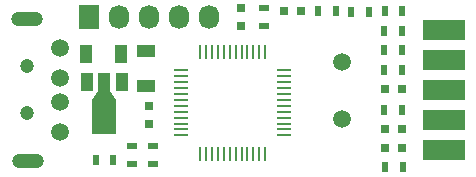
<source format=gbr>
G04 #@! TF.FileFunction,Copper,L1,Top,Signal*
%FSLAX46Y46*%
G04 Gerber Fmt 4.6, Leading zero omitted, Abs format (unit mm)*
G04 Created by KiCad (PCBNEW 4.0.2+dfsg1-stable) date Wed 09 May 2018 09:33:26 CST*
%MOMM*%
G01*
G04 APERTURE LIST*
%ADD10C,0.100000*%
%ADD11R,1.727200X2.032000*%
%ADD12O,1.727200X2.032000*%
%ADD13C,1.501140*%
%ADD14R,1.000000X1.600000*%
%ADD15R,1.600000X1.000000*%
%ADD16R,0.900000X0.500000*%
%ADD17R,0.500000X0.900000*%
%ADD18R,1.300000X0.250000*%
%ADD19R,0.250000X1.300000*%
%ADD20R,0.800000X0.750000*%
%ADD21R,0.750000X0.800000*%
%ADD22R,1.000760X1.501140*%
%ADD23R,1.998980X2.999740*%
%ADD24R,0.797560X0.797560*%
%ADD25R,3.600000X1.778000*%
%ADD26C,1.200000*%
G04 APERTURE END LIST*
D10*
D11*
X108127800Y-101376480D03*
D12*
X110667800Y-101376480D03*
X113207800Y-101376480D03*
X115747800Y-101376480D03*
X118287800Y-101376480D03*
D13*
X129621280Y-110015020D03*
X129621280Y-105133140D03*
D14*
X107892720Y-104531160D03*
X110892720Y-104531160D03*
D15*
X113035080Y-107219880D03*
X113035080Y-104219880D03*
D16*
X113558320Y-112269840D03*
X113558320Y-113769840D03*
X111798100Y-113805400D03*
X111798100Y-112305400D03*
D17*
X110239240Y-113454180D03*
X108739240Y-113454180D03*
D18*
X124687580Y-111380720D03*
X124687580Y-110880720D03*
X124687580Y-110380720D03*
X124687580Y-109880720D03*
X124687580Y-109380720D03*
X124687580Y-108880720D03*
X124687580Y-108380720D03*
X124687580Y-107880720D03*
X124687580Y-107380720D03*
X124687580Y-106880720D03*
X124687580Y-106380720D03*
X124687580Y-105880720D03*
D19*
X123087580Y-104280720D03*
X122587580Y-104280720D03*
X122087580Y-104280720D03*
X121587580Y-104280720D03*
X121087580Y-104280720D03*
X120587580Y-104280720D03*
X120087580Y-104280720D03*
X119587580Y-104280720D03*
X119087580Y-104280720D03*
X118587580Y-104280720D03*
X118087580Y-104280720D03*
X117587580Y-104280720D03*
D18*
X115987580Y-105880720D03*
X115987580Y-106380720D03*
X115987580Y-106880720D03*
X115987580Y-107380720D03*
X115987580Y-107880720D03*
X115987580Y-108380720D03*
X115987580Y-108880720D03*
X115987580Y-109380720D03*
X115987580Y-109880720D03*
X115987580Y-110380720D03*
X115987580Y-110880720D03*
X115987580Y-111380720D03*
D19*
X117587580Y-112980720D03*
X118087580Y-112980720D03*
X118587580Y-112980720D03*
X119087580Y-112980720D03*
X119587580Y-112980720D03*
X120087580Y-112980720D03*
X120587580Y-112980720D03*
X121087580Y-112980720D03*
X121587580Y-112980720D03*
X122087580Y-112980720D03*
X122587580Y-112980720D03*
X123087580Y-112980720D03*
D20*
X126149800Y-100863400D03*
X124649800Y-100863400D03*
D21*
X113261140Y-108932280D03*
X113261140Y-110432280D03*
X121056400Y-100621400D03*
X121056400Y-102121400D03*
D16*
X122961400Y-102121400D03*
X122961400Y-100621400D03*
D20*
X133209600Y-112471200D03*
X134709600Y-112471200D03*
X133209600Y-110871000D03*
X134709600Y-110871000D03*
D17*
X134735000Y-114096800D03*
X133235000Y-114096800D03*
X133184200Y-109220000D03*
X134684200Y-109220000D03*
X130364800Y-100893880D03*
X131864800Y-100893880D03*
X134709600Y-100838000D03*
X133209600Y-100838000D03*
X134684200Y-102514400D03*
X133184200Y-102514400D03*
X134684200Y-104190800D03*
X133184200Y-104190800D03*
X134684200Y-105867200D03*
X133184200Y-105867200D03*
X129086040Y-100871020D03*
X127586040Y-100871020D03*
D22*
X110967520Y-106883200D03*
X109466380Y-106883200D03*
X107965240Y-106883200D03*
D23*
X109466380Y-109834680D03*
D10*
G36*
X108465620Y-108360210D02*
X108966000Y-107610910D01*
X109966760Y-107610910D01*
X110467140Y-108360210D01*
X108465620Y-108360210D01*
X108465620Y-108360210D01*
G37*
D24*
X134708900Y-107495340D03*
X133210300Y-107495340D03*
D25*
X138204800Y-105029000D03*
X138204800Y-107569000D03*
X138204800Y-102489000D03*
X138204800Y-112649000D03*
X138204800Y-110109000D03*
D26*
X102271320Y-113527320D03*
X102576120Y-113527320D03*
X102880920Y-113527320D03*
X103185720Y-113527320D03*
X103490520Y-113527320D03*
X102195120Y-101513120D03*
X102499920Y-101513120D03*
X102804720Y-101513120D03*
X103109520Y-101513120D03*
X103414320Y-101513120D03*
X103795320Y-113527320D03*
X102957120Y-109513120D03*
X102957120Y-105513120D03*
X103719120Y-101513120D03*
D13*
X105737240Y-111069980D03*
X105737240Y-108529980D03*
X105737240Y-106497980D03*
X105737240Y-103957980D03*
M02*

</source>
